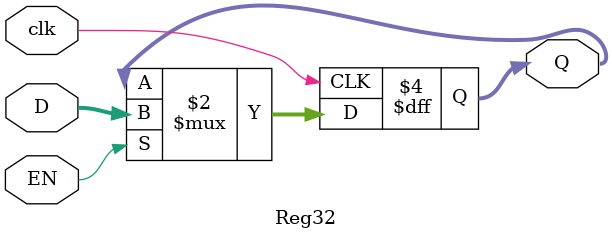
<source format=sv>
module Reg32(D,Q,EN,clk);
  input [31:0] D; 
  input EN, clk;
  output reg [31:0] Q;
  
  
  always @ (posedge clk)
    begin
      if(EN)
        Q <= D;
    end
endmodule
</source>
